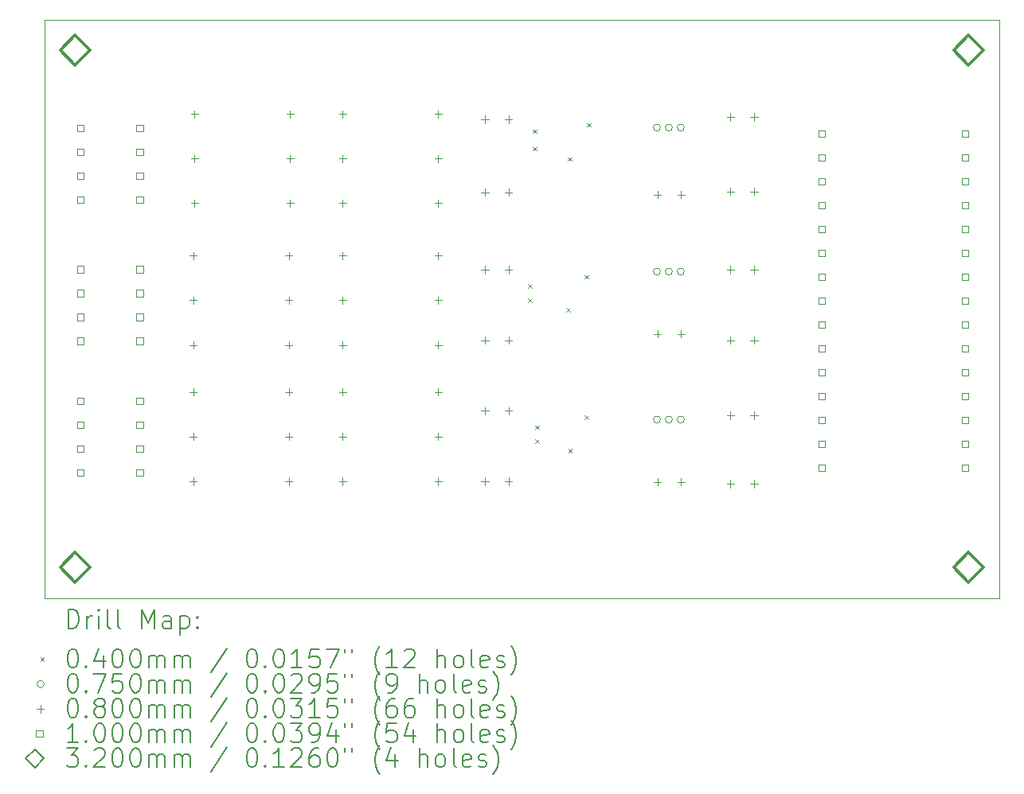
<source format=gbr>
%FSLAX45Y45*%
G04 Gerber Fmt 4.5, Leading zero omitted, Abs format (unit mm)*
G04 Created by KiCad (PCBNEW 6.0.1-79c1e3a40b~116~ubuntu21.04.1) date 2022-04-23 17:06:45*
%MOMM*%
%LPD*%
G01*
G04 APERTURE LIST*
%TA.AperFunction,Profile*%
%ADD10C,0.100000*%
%TD*%
%ADD11C,0.200000*%
%ADD12C,0.040000*%
%ADD13C,0.075000*%
%ADD14C,0.080000*%
%ADD15C,0.100000*%
%ADD16C,0.320000*%
G04 APERTURE END LIST*
D10*
X20025000Y-13037500D02*
X9875000Y-13037500D01*
X9875000Y-13037500D02*
X9875000Y-6875000D01*
X9875000Y-6875000D02*
X20025000Y-6875000D01*
X20025000Y-6875000D02*
X20025000Y-13037500D01*
D11*
D12*
X15017500Y-9692500D02*
X15057500Y-9732500D01*
X15057500Y-9692500D02*
X15017500Y-9732500D01*
X15017500Y-9842500D02*
X15057500Y-9882500D01*
X15057500Y-9842500D02*
X15017500Y-9882500D01*
X15067500Y-8042500D02*
X15107500Y-8082500D01*
X15107500Y-8042500D02*
X15067500Y-8082500D01*
X15067500Y-8228902D02*
X15107500Y-8268902D01*
X15107500Y-8228902D02*
X15067500Y-8268902D01*
X15092500Y-11192500D02*
X15132500Y-11232500D01*
X15132500Y-11192500D02*
X15092500Y-11232500D01*
X15092500Y-11342500D02*
X15132500Y-11382500D01*
X15132500Y-11342500D02*
X15092500Y-11382500D01*
X15420050Y-9942500D02*
X15460050Y-9982500D01*
X15460050Y-9942500D02*
X15420050Y-9982500D01*
X15437000Y-8340098D02*
X15477000Y-8380098D01*
X15477000Y-8340098D02*
X15437000Y-8380098D01*
X15442500Y-11442500D02*
X15482500Y-11482500D01*
X15482500Y-11442500D02*
X15442500Y-11482500D01*
X15617500Y-9592500D02*
X15657500Y-9632500D01*
X15657500Y-9592500D02*
X15617500Y-9632500D01*
X15617500Y-11084998D02*
X15657500Y-11124998D01*
X15657500Y-11084998D02*
X15617500Y-11124998D01*
X15642500Y-7974902D02*
X15682500Y-8014902D01*
X15682500Y-7974902D02*
X15642500Y-8014902D01*
D13*
X16423000Y-8023500D02*
G75*
G03*
X16423000Y-8023500I-37500J0D01*
G01*
X16423000Y-9556500D02*
G75*
G03*
X16423000Y-9556500I-37500J0D01*
G01*
X16423000Y-11131500D02*
G75*
G03*
X16423000Y-11131500I-37500J0D01*
G01*
X16550000Y-8023500D02*
G75*
G03*
X16550000Y-8023500I-37500J0D01*
G01*
X16550000Y-9556500D02*
G75*
G03*
X16550000Y-9556500I-37500J0D01*
G01*
X16550000Y-11131500D02*
G75*
G03*
X16550000Y-11131500I-37500J0D01*
G01*
X16677000Y-8023500D02*
G75*
G03*
X16677000Y-8023500I-37500J0D01*
G01*
X16677000Y-9556500D02*
G75*
G03*
X16677000Y-9556500I-37500J0D01*
G01*
X16677000Y-11131500D02*
G75*
G03*
X16677000Y-11131500I-37500J0D01*
G01*
D14*
X11454500Y-9347500D02*
X11454500Y-9427500D01*
X11414500Y-9387500D02*
X11494500Y-9387500D01*
X11454500Y-9822500D02*
X11454500Y-9902500D01*
X11414500Y-9862500D02*
X11494500Y-9862500D01*
X11454500Y-10297500D02*
X11454500Y-10377500D01*
X11414500Y-10337500D02*
X11494500Y-10337500D01*
X11454500Y-10797500D02*
X11454500Y-10877500D01*
X11414500Y-10837500D02*
X11494500Y-10837500D01*
X11454500Y-11272500D02*
X11454500Y-11352500D01*
X11414500Y-11312500D02*
X11494500Y-11312500D01*
X11454500Y-11747500D02*
X11454500Y-11827500D01*
X11414500Y-11787500D02*
X11494500Y-11787500D01*
X11469500Y-7839500D02*
X11469500Y-7919500D01*
X11429500Y-7879500D02*
X11509500Y-7879500D01*
X11469500Y-8314500D02*
X11469500Y-8394500D01*
X11429500Y-8354500D02*
X11509500Y-8354500D01*
X11469500Y-8789500D02*
X11469500Y-8869500D01*
X11429500Y-8829500D02*
X11509500Y-8829500D01*
X12470500Y-9347500D02*
X12470500Y-9427500D01*
X12430500Y-9387500D02*
X12510500Y-9387500D01*
X12470500Y-9822500D02*
X12470500Y-9902500D01*
X12430500Y-9862500D02*
X12510500Y-9862500D01*
X12470500Y-10297500D02*
X12470500Y-10377500D01*
X12430500Y-10337500D02*
X12510500Y-10337500D01*
X12470500Y-10797500D02*
X12470500Y-10877500D01*
X12430500Y-10837500D02*
X12510500Y-10837500D01*
X12470500Y-11272500D02*
X12470500Y-11352500D01*
X12430500Y-11312500D02*
X12510500Y-11312500D01*
X12470500Y-11747500D02*
X12470500Y-11827500D01*
X12430500Y-11787500D02*
X12510500Y-11787500D01*
X12485500Y-7839500D02*
X12485500Y-7919500D01*
X12445500Y-7879500D02*
X12525500Y-7879500D01*
X12485500Y-8314500D02*
X12485500Y-8394500D01*
X12445500Y-8354500D02*
X12525500Y-8354500D01*
X12485500Y-8789500D02*
X12485500Y-8869500D01*
X12445500Y-8829500D02*
X12525500Y-8829500D01*
X13044500Y-7839500D02*
X13044500Y-7919500D01*
X13004500Y-7879500D02*
X13084500Y-7879500D01*
X13044500Y-8314500D02*
X13044500Y-8394500D01*
X13004500Y-8354500D02*
X13084500Y-8354500D01*
X13044500Y-8789500D02*
X13044500Y-8869500D01*
X13004500Y-8829500D02*
X13084500Y-8829500D01*
X13044500Y-9347500D02*
X13044500Y-9427500D01*
X13004500Y-9387500D02*
X13084500Y-9387500D01*
X13044500Y-9822500D02*
X13044500Y-9902500D01*
X13004500Y-9862500D02*
X13084500Y-9862500D01*
X13044500Y-10297500D02*
X13044500Y-10377500D01*
X13004500Y-10337500D02*
X13084500Y-10337500D01*
X13044500Y-10797500D02*
X13044500Y-10877500D01*
X13004500Y-10837500D02*
X13084500Y-10837500D01*
X13044500Y-11272500D02*
X13044500Y-11352500D01*
X13004500Y-11312500D02*
X13084500Y-11312500D01*
X13044500Y-11747500D02*
X13044500Y-11827500D01*
X13004500Y-11787500D02*
X13084500Y-11787500D01*
X14060500Y-7839500D02*
X14060500Y-7919500D01*
X14020500Y-7879500D02*
X14100500Y-7879500D01*
X14060500Y-8314500D02*
X14060500Y-8394500D01*
X14020500Y-8354500D02*
X14100500Y-8354500D01*
X14060500Y-8789500D02*
X14060500Y-8869500D01*
X14020500Y-8829500D02*
X14100500Y-8829500D01*
X14060500Y-9347500D02*
X14060500Y-9427500D01*
X14020500Y-9387500D02*
X14100500Y-9387500D01*
X14060500Y-9822500D02*
X14060500Y-9902500D01*
X14020500Y-9862500D02*
X14100500Y-9862500D01*
X14060500Y-10297500D02*
X14060500Y-10377500D01*
X14020500Y-10337500D02*
X14100500Y-10337500D01*
X14060500Y-10797500D02*
X14060500Y-10877500D01*
X14020500Y-10837500D02*
X14100500Y-10837500D01*
X14060500Y-11272500D02*
X14060500Y-11352500D01*
X14020500Y-11312500D02*
X14100500Y-11312500D01*
X14060500Y-11747500D02*
X14060500Y-11827500D01*
X14020500Y-11787500D02*
X14100500Y-11787500D01*
X14556989Y-7897500D02*
X14556989Y-7977500D01*
X14516989Y-7937500D02*
X14596989Y-7937500D01*
X14556989Y-8672500D02*
X14556989Y-8752500D01*
X14516989Y-8712500D02*
X14596989Y-8712500D01*
X14556989Y-9497500D02*
X14556989Y-9577500D01*
X14516989Y-9537500D02*
X14596989Y-9537500D01*
X14556989Y-10247500D02*
X14556989Y-10327500D01*
X14516989Y-10287500D02*
X14596989Y-10287500D01*
X14556989Y-10997500D02*
X14556989Y-11077500D01*
X14516989Y-11037500D02*
X14596989Y-11037500D01*
X14556989Y-11747500D02*
X14556989Y-11827500D01*
X14516989Y-11787500D02*
X14596989Y-11787500D01*
X14806989Y-7897500D02*
X14806989Y-7977500D01*
X14766989Y-7937500D02*
X14846989Y-7937500D01*
X14806989Y-8672500D02*
X14806989Y-8752500D01*
X14766989Y-8712500D02*
X14846989Y-8712500D01*
X14806989Y-9497500D02*
X14806989Y-9577500D01*
X14766989Y-9537500D02*
X14846989Y-9537500D01*
X14806989Y-10247500D02*
X14806989Y-10327500D01*
X14766989Y-10287500D02*
X14846989Y-10287500D01*
X14806989Y-10997500D02*
X14806989Y-11077500D01*
X14766989Y-11037500D02*
X14846989Y-11037500D01*
X14806989Y-11747500D02*
X14806989Y-11827500D01*
X14766989Y-11787500D02*
X14846989Y-11787500D01*
X16391989Y-8697500D02*
X16391989Y-8777500D01*
X16351989Y-8737500D02*
X16431989Y-8737500D01*
X16391989Y-10180500D02*
X16391989Y-10260500D01*
X16351989Y-10220500D02*
X16431989Y-10220500D01*
X16391989Y-11755500D02*
X16391989Y-11835500D01*
X16351989Y-11795500D02*
X16431989Y-11795500D01*
X16641989Y-8697500D02*
X16641989Y-8777500D01*
X16601989Y-8737500D02*
X16681989Y-8737500D01*
X16641989Y-10180500D02*
X16641989Y-10260500D01*
X16601989Y-10220500D02*
X16681989Y-10220500D01*
X16641989Y-11755500D02*
X16641989Y-11835500D01*
X16601989Y-11795500D02*
X16681989Y-11795500D01*
X17166989Y-7872500D02*
X17166989Y-7952500D01*
X17126989Y-7912500D02*
X17206989Y-7912500D01*
X17166989Y-8664500D02*
X17166989Y-8744500D01*
X17126989Y-8704500D02*
X17206989Y-8704500D01*
X17166989Y-9497500D02*
X17166989Y-9577500D01*
X17126989Y-9537500D02*
X17206989Y-9537500D01*
X17166989Y-10247500D02*
X17166989Y-10327500D01*
X17126989Y-10287500D02*
X17206989Y-10287500D01*
X17166989Y-11047500D02*
X17166989Y-11127500D01*
X17126989Y-11087500D02*
X17206989Y-11087500D01*
X17166989Y-11772500D02*
X17166989Y-11852500D01*
X17126989Y-11812500D02*
X17206989Y-11812500D01*
X17416989Y-7872500D02*
X17416989Y-7952500D01*
X17376989Y-7912500D02*
X17456989Y-7912500D01*
X17416989Y-8664500D02*
X17416989Y-8744500D01*
X17376989Y-8704500D02*
X17456989Y-8704500D01*
X17416989Y-9497500D02*
X17416989Y-9577500D01*
X17376989Y-9537500D02*
X17456989Y-9537500D01*
X17416989Y-10247500D02*
X17416989Y-10327500D01*
X17376989Y-10287500D02*
X17456989Y-10287500D01*
X17416989Y-11047500D02*
X17416989Y-11127500D01*
X17376989Y-11087500D02*
X17456989Y-11087500D01*
X17416989Y-11772500D02*
X17416989Y-11852500D01*
X17376989Y-11812500D02*
X17456989Y-11812500D01*
D15*
X10292856Y-8067856D02*
X10292856Y-7997144D01*
X10222144Y-7997144D01*
X10222144Y-8067856D01*
X10292856Y-8067856D01*
X10292856Y-8321856D02*
X10292856Y-8251144D01*
X10222144Y-8251144D01*
X10222144Y-8321856D01*
X10292856Y-8321856D01*
X10292856Y-8575856D02*
X10292856Y-8505144D01*
X10222144Y-8505144D01*
X10222144Y-8575856D01*
X10292856Y-8575856D01*
X10292856Y-8829856D02*
X10292856Y-8759144D01*
X10222144Y-8759144D01*
X10222144Y-8829856D01*
X10292856Y-8829856D01*
X10292856Y-9567856D02*
X10292856Y-9497144D01*
X10222144Y-9497144D01*
X10222144Y-9567856D01*
X10292856Y-9567856D01*
X10292856Y-9821856D02*
X10292856Y-9751144D01*
X10222144Y-9751144D01*
X10222144Y-9821856D01*
X10292856Y-9821856D01*
X10292856Y-10075856D02*
X10292856Y-10005144D01*
X10222144Y-10005144D01*
X10222144Y-10075856D01*
X10292856Y-10075856D01*
X10292856Y-10329856D02*
X10292856Y-10259144D01*
X10222144Y-10259144D01*
X10222144Y-10329856D01*
X10292856Y-10329856D01*
X10292856Y-10967856D02*
X10292856Y-10897144D01*
X10222144Y-10897144D01*
X10222144Y-10967856D01*
X10292856Y-10967856D01*
X10292856Y-11221856D02*
X10292856Y-11151144D01*
X10222144Y-11151144D01*
X10222144Y-11221856D01*
X10292856Y-11221856D01*
X10292856Y-11475856D02*
X10292856Y-11405144D01*
X10222144Y-11405144D01*
X10222144Y-11475856D01*
X10292856Y-11475856D01*
X10292856Y-11729856D02*
X10292856Y-11659144D01*
X10222144Y-11659144D01*
X10222144Y-11729856D01*
X10292856Y-11729856D01*
X10922856Y-8067856D02*
X10922856Y-7997144D01*
X10852144Y-7997144D01*
X10852144Y-8067856D01*
X10922856Y-8067856D01*
X10922856Y-8321856D02*
X10922856Y-8251144D01*
X10852144Y-8251144D01*
X10852144Y-8321856D01*
X10922856Y-8321856D01*
X10922856Y-8575856D02*
X10922856Y-8505144D01*
X10852144Y-8505144D01*
X10852144Y-8575856D01*
X10922856Y-8575856D01*
X10922856Y-8829856D02*
X10922856Y-8759144D01*
X10852144Y-8759144D01*
X10852144Y-8829856D01*
X10922856Y-8829856D01*
X10922856Y-9567856D02*
X10922856Y-9497144D01*
X10852144Y-9497144D01*
X10852144Y-9567856D01*
X10922856Y-9567856D01*
X10922856Y-9821856D02*
X10922856Y-9751144D01*
X10852144Y-9751144D01*
X10852144Y-9821856D01*
X10922856Y-9821856D01*
X10922856Y-10075856D02*
X10922856Y-10005144D01*
X10852144Y-10005144D01*
X10852144Y-10075856D01*
X10922856Y-10075856D01*
X10922856Y-10329856D02*
X10922856Y-10259144D01*
X10852144Y-10259144D01*
X10852144Y-10329856D01*
X10922856Y-10329856D01*
X10922856Y-10967856D02*
X10922856Y-10897144D01*
X10852144Y-10897144D01*
X10852144Y-10967856D01*
X10922856Y-10967856D01*
X10922856Y-11221856D02*
X10922856Y-11151144D01*
X10852144Y-11151144D01*
X10852144Y-11221856D01*
X10922856Y-11221856D01*
X10922856Y-11475856D02*
X10922856Y-11405144D01*
X10852144Y-11405144D01*
X10852144Y-11475856D01*
X10922856Y-11475856D01*
X10922856Y-11729856D02*
X10922856Y-11659144D01*
X10852144Y-11659144D01*
X10852144Y-11729856D01*
X10922856Y-11729856D01*
X18174356Y-8122856D02*
X18174356Y-8052144D01*
X18103644Y-8052144D01*
X18103644Y-8122856D01*
X18174356Y-8122856D01*
X18174356Y-8376856D02*
X18174356Y-8306144D01*
X18103644Y-8306144D01*
X18103644Y-8376856D01*
X18174356Y-8376856D01*
X18174356Y-8630856D02*
X18174356Y-8560144D01*
X18103644Y-8560144D01*
X18103644Y-8630856D01*
X18174356Y-8630856D01*
X18174356Y-8884856D02*
X18174356Y-8814144D01*
X18103644Y-8814144D01*
X18103644Y-8884856D01*
X18174356Y-8884856D01*
X18174356Y-9138856D02*
X18174356Y-9068144D01*
X18103644Y-9068144D01*
X18103644Y-9138856D01*
X18174356Y-9138856D01*
X18174356Y-9392856D02*
X18174356Y-9322144D01*
X18103644Y-9322144D01*
X18103644Y-9392856D01*
X18174356Y-9392856D01*
X18174356Y-9646856D02*
X18174356Y-9576144D01*
X18103644Y-9576144D01*
X18103644Y-9646856D01*
X18174356Y-9646856D01*
X18174356Y-9900856D02*
X18174356Y-9830144D01*
X18103644Y-9830144D01*
X18103644Y-9900856D01*
X18174356Y-9900856D01*
X18174356Y-10154856D02*
X18174356Y-10084144D01*
X18103644Y-10084144D01*
X18103644Y-10154856D01*
X18174356Y-10154856D01*
X18174356Y-10408856D02*
X18174356Y-10338144D01*
X18103644Y-10338144D01*
X18103644Y-10408856D01*
X18174356Y-10408856D01*
X18174356Y-10662856D02*
X18174356Y-10592144D01*
X18103644Y-10592144D01*
X18103644Y-10662856D01*
X18174356Y-10662856D01*
X18174356Y-10916856D02*
X18174356Y-10846144D01*
X18103644Y-10846144D01*
X18103644Y-10916856D01*
X18174356Y-10916856D01*
X18174356Y-11170856D02*
X18174356Y-11100144D01*
X18103644Y-11100144D01*
X18103644Y-11170856D01*
X18174356Y-11170856D01*
X18174356Y-11424856D02*
X18174356Y-11354144D01*
X18103644Y-11354144D01*
X18103644Y-11424856D01*
X18174356Y-11424856D01*
X18174356Y-11678856D02*
X18174356Y-11608144D01*
X18103644Y-11608144D01*
X18103644Y-11678856D01*
X18174356Y-11678856D01*
X19698356Y-8122856D02*
X19698356Y-8052144D01*
X19627644Y-8052144D01*
X19627644Y-8122856D01*
X19698356Y-8122856D01*
X19698356Y-8376856D02*
X19698356Y-8306144D01*
X19627644Y-8306144D01*
X19627644Y-8376856D01*
X19698356Y-8376856D01*
X19698356Y-8630856D02*
X19698356Y-8560144D01*
X19627644Y-8560144D01*
X19627644Y-8630856D01*
X19698356Y-8630856D01*
X19698356Y-8884856D02*
X19698356Y-8814144D01*
X19627644Y-8814144D01*
X19627644Y-8884856D01*
X19698356Y-8884856D01*
X19698356Y-9138856D02*
X19698356Y-9068144D01*
X19627644Y-9068144D01*
X19627644Y-9138856D01*
X19698356Y-9138856D01*
X19698356Y-9392856D02*
X19698356Y-9322144D01*
X19627644Y-9322144D01*
X19627644Y-9392856D01*
X19698356Y-9392856D01*
X19698356Y-9646856D02*
X19698356Y-9576144D01*
X19627644Y-9576144D01*
X19627644Y-9646856D01*
X19698356Y-9646856D01*
X19698356Y-9900856D02*
X19698356Y-9830144D01*
X19627644Y-9830144D01*
X19627644Y-9900856D01*
X19698356Y-9900856D01*
X19698356Y-10154856D02*
X19698356Y-10084144D01*
X19627644Y-10084144D01*
X19627644Y-10154856D01*
X19698356Y-10154856D01*
X19698356Y-10408856D02*
X19698356Y-10338144D01*
X19627644Y-10338144D01*
X19627644Y-10408856D01*
X19698356Y-10408856D01*
X19698356Y-10662856D02*
X19698356Y-10592144D01*
X19627644Y-10592144D01*
X19627644Y-10662856D01*
X19698356Y-10662856D01*
X19698356Y-10916856D02*
X19698356Y-10846144D01*
X19627644Y-10846144D01*
X19627644Y-10916856D01*
X19698356Y-10916856D01*
X19698356Y-11170856D02*
X19698356Y-11100144D01*
X19627644Y-11100144D01*
X19627644Y-11170856D01*
X19698356Y-11170856D01*
X19698356Y-11424856D02*
X19698356Y-11354144D01*
X19627644Y-11354144D01*
X19627644Y-11424856D01*
X19698356Y-11424856D01*
X19698356Y-11678856D02*
X19698356Y-11608144D01*
X19627644Y-11608144D01*
X19627644Y-11678856D01*
X19698356Y-11678856D01*
D16*
X10200000Y-7360000D02*
X10360000Y-7200000D01*
X10200000Y-7040000D01*
X10040000Y-7200000D01*
X10200000Y-7360000D01*
X10200000Y-12860000D02*
X10360000Y-12700000D01*
X10200000Y-12540000D01*
X10040000Y-12700000D01*
X10200000Y-12860000D01*
X19700000Y-7360000D02*
X19860000Y-7200000D01*
X19700000Y-7040000D01*
X19540000Y-7200000D01*
X19700000Y-7360000D01*
X19700000Y-12860000D02*
X19860000Y-12700000D01*
X19700000Y-12540000D01*
X19540000Y-12700000D01*
X19700000Y-12860000D01*
D11*
X10127619Y-13352976D02*
X10127619Y-13152976D01*
X10175238Y-13152976D01*
X10203810Y-13162500D01*
X10222857Y-13181548D01*
X10232381Y-13200595D01*
X10241905Y-13238690D01*
X10241905Y-13267262D01*
X10232381Y-13305357D01*
X10222857Y-13324405D01*
X10203810Y-13343452D01*
X10175238Y-13352976D01*
X10127619Y-13352976D01*
X10327619Y-13352976D02*
X10327619Y-13219643D01*
X10327619Y-13257738D02*
X10337143Y-13238690D01*
X10346667Y-13229167D01*
X10365714Y-13219643D01*
X10384762Y-13219643D01*
X10451429Y-13352976D02*
X10451429Y-13219643D01*
X10451429Y-13152976D02*
X10441905Y-13162500D01*
X10451429Y-13172024D01*
X10460952Y-13162500D01*
X10451429Y-13152976D01*
X10451429Y-13172024D01*
X10575238Y-13352976D02*
X10556190Y-13343452D01*
X10546667Y-13324405D01*
X10546667Y-13152976D01*
X10680000Y-13352976D02*
X10660952Y-13343452D01*
X10651429Y-13324405D01*
X10651429Y-13152976D01*
X10908571Y-13352976D02*
X10908571Y-13152976D01*
X10975238Y-13295833D01*
X11041905Y-13152976D01*
X11041905Y-13352976D01*
X11222857Y-13352976D02*
X11222857Y-13248214D01*
X11213333Y-13229167D01*
X11194286Y-13219643D01*
X11156190Y-13219643D01*
X11137143Y-13229167D01*
X11222857Y-13343452D02*
X11203809Y-13352976D01*
X11156190Y-13352976D01*
X11137143Y-13343452D01*
X11127619Y-13324405D01*
X11127619Y-13305357D01*
X11137143Y-13286309D01*
X11156190Y-13276786D01*
X11203809Y-13276786D01*
X11222857Y-13267262D01*
X11318095Y-13219643D02*
X11318095Y-13419643D01*
X11318095Y-13229167D02*
X11337143Y-13219643D01*
X11375238Y-13219643D01*
X11394286Y-13229167D01*
X11403809Y-13238690D01*
X11413333Y-13257738D01*
X11413333Y-13314881D01*
X11403809Y-13333928D01*
X11394286Y-13343452D01*
X11375238Y-13352976D01*
X11337143Y-13352976D01*
X11318095Y-13343452D01*
X11499048Y-13333928D02*
X11508571Y-13343452D01*
X11499048Y-13352976D01*
X11489524Y-13343452D01*
X11499048Y-13333928D01*
X11499048Y-13352976D01*
X11499048Y-13229167D02*
X11508571Y-13238690D01*
X11499048Y-13248214D01*
X11489524Y-13238690D01*
X11499048Y-13229167D01*
X11499048Y-13248214D01*
D12*
X9830000Y-13662500D02*
X9870000Y-13702500D01*
X9870000Y-13662500D02*
X9830000Y-13702500D01*
D11*
X10165714Y-13572976D02*
X10184762Y-13572976D01*
X10203810Y-13582500D01*
X10213333Y-13592024D01*
X10222857Y-13611071D01*
X10232381Y-13649167D01*
X10232381Y-13696786D01*
X10222857Y-13734881D01*
X10213333Y-13753928D01*
X10203810Y-13763452D01*
X10184762Y-13772976D01*
X10165714Y-13772976D01*
X10146667Y-13763452D01*
X10137143Y-13753928D01*
X10127619Y-13734881D01*
X10118095Y-13696786D01*
X10118095Y-13649167D01*
X10127619Y-13611071D01*
X10137143Y-13592024D01*
X10146667Y-13582500D01*
X10165714Y-13572976D01*
X10318095Y-13753928D02*
X10327619Y-13763452D01*
X10318095Y-13772976D01*
X10308571Y-13763452D01*
X10318095Y-13753928D01*
X10318095Y-13772976D01*
X10499048Y-13639643D02*
X10499048Y-13772976D01*
X10451429Y-13563452D02*
X10403810Y-13706309D01*
X10527619Y-13706309D01*
X10641905Y-13572976D02*
X10660952Y-13572976D01*
X10680000Y-13582500D01*
X10689524Y-13592024D01*
X10699048Y-13611071D01*
X10708571Y-13649167D01*
X10708571Y-13696786D01*
X10699048Y-13734881D01*
X10689524Y-13753928D01*
X10680000Y-13763452D01*
X10660952Y-13772976D01*
X10641905Y-13772976D01*
X10622857Y-13763452D01*
X10613333Y-13753928D01*
X10603810Y-13734881D01*
X10594286Y-13696786D01*
X10594286Y-13649167D01*
X10603810Y-13611071D01*
X10613333Y-13592024D01*
X10622857Y-13582500D01*
X10641905Y-13572976D01*
X10832381Y-13572976D02*
X10851429Y-13572976D01*
X10870476Y-13582500D01*
X10880000Y-13592024D01*
X10889524Y-13611071D01*
X10899048Y-13649167D01*
X10899048Y-13696786D01*
X10889524Y-13734881D01*
X10880000Y-13753928D01*
X10870476Y-13763452D01*
X10851429Y-13772976D01*
X10832381Y-13772976D01*
X10813333Y-13763452D01*
X10803810Y-13753928D01*
X10794286Y-13734881D01*
X10784762Y-13696786D01*
X10784762Y-13649167D01*
X10794286Y-13611071D01*
X10803810Y-13592024D01*
X10813333Y-13582500D01*
X10832381Y-13572976D01*
X10984762Y-13772976D02*
X10984762Y-13639643D01*
X10984762Y-13658690D02*
X10994286Y-13649167D01*
X11013333Y-13639643D01*
X11041905Y-13639643D01*
X11060952Y-13649167D01*
X11070476Y-13668214D01*
X11070476Y-13772976D01*
X11070476Y-13668214D02*
X11080000Y-13649167D01*
X11099048Y-13639643D01*
X11127619Y-13639643D01*
X11146667Y-13649167D01*
X11156190Y-13668214D01*
X11156190Y-13772976D01*
X11251428Y-13772976D02*
X11251428Y-13639643D01*
X11251428Y-13658690D02*
X11260952Y-13649167D01*
X11280000Y-13639643D01*
X11308571Y-13639643D01*
X11327619Y-13649167D01*
X11337143Y-13668214D01*
X11337143Y-13772976D01*
X11337143Y-13668214D02*
X11346667Y-13649167D01*
X11365714Y-13639643D01*
X11394286Y-13639643D01*
X11413333Y-13649167D01*
X11422857Y-13668214D01*
X11422857Y-13772976D01*
X11813333Y-13563452D02*
X11641905Y-13820595D01*
X12070476Y-13572976D02*
X12089524Y-13572976D01*
X12108571Y-13582500D01*
X12118095Y-13592024D01*
X12127619Y-13611071D01*
X12137143Y-13649167D01*
X12137143Y-13696786D01*
X12127619Y-13734881D01*
X12118095Y-13753928D01*
X12108571Y-13763452D01*
X12089524Y-13772976D01*
X12070476Y-13772976D01*
X12051428Y-13763452D01*
X12041905Y-13753928D01*
X12032381Y-13734881D01*
X12022857Y-13696786D01*
X12022857Y-13649167D01*
X12032381Y-13611071D01*
X12041905Y-13592024D01*
X12051428Y-13582500D01*
X12070476Y-13572976D01*
X12222857Y-13753928D02*
X12232381Y-13763452D01*
X12222857Y-13772976D01*
X12213333Y-13763452D01*
X12222857Y-13753928D01*
X12222857Y-13772976D01*
X12356190Y-13572976D02*
X12375238Y-13572976D01*
X12394286Y-13582500D01*
X12403809Y-13592024D01*
X12413333Y-13611071D01*
X12422857Y-13649167D01*
X12422857Y-13696786D01*
X12413333Y-13734881D01*
X12403809Y-13753928D01*
X12394286Y-13763452D01*
X12375238Y-13772976D01*
X12356190Y-13772976D01*
X12337143Y-13763452D01*
X12327619Y-13753928D01*
X12318095Y-13734881D01*
X12308571Y-13696786D01*
X12308571Y-13649167D01*
X12318095Y-13611071D01*
X12327619Y-13592024D01*
X12337143Y-13582500D01*
X12356190Y-13572976D01*
X12613333Y-13772976D02*
X12499048Y-13772976D01*
X12556190Y-13772976D02*
X12556190Y-13572976D01*
X12537143Y-13601548D01*
X12518095Y-13620595D01*
X12499048Y-13630119D01*
X12794286Y-13572976D02*
X12699048Y-13572976D01*
X12689524Y-13668214D01*
X12699048Y-13658690D01*
X12718095Y-13649167D01*
X12765714Y-13649167D01*
X12784762Y-13658690D01*
X12794286Y-13668214D01*
X12803809Y-13687262D01*
X12803809Y-13734881D01*
X12794286Y-13753928D01*
X12784762Y-13763452D01*
X12765714Y-13772976D01*
X12718095Y-13772976D01*
X12699048Y-13763452D01*
X12689524Y-13753928D01*
X12870476Y-13572976D02*
X13003809Y-13572976D01*
X12918095Y-13772976D01*
X13070476Y-13572976D02*
X13070476Y-13611071D01*
X13146667Y-13572976D02*
X13146667Y-13611071D01*
X13441905Y-13849167D02*
X13432381Y-13839643D01*
X13413333Y-13811071D01*
X13403809Y-13792024D01*
X13394286Y-13763452D01*
X13384762Y-13715833D01*
X13384762Y-13677738D01*
X13394286Y-13630119D01*
X13403809Y-13601548D01*
X13413333Y-13582500D01*
X13432381Y-13553928D01*
X13441905Y-13544405D01*
X13622857Y-13772976D02*
X13508571Y-13772976D01*
X13565714Y-13772976D02*
X13565714Y-13572976D01*
X13546667Y-13601548D01*
X13527619Y-13620595D01*
X13508571Y-13630119D01*
X13699048Y-13592024D02*
X13708571Y-13582500D01*
X13727619Y-13572976D01*
X13775238Y-13572976D01*
X13794286Y-13582500D01*
X13803809Y-13592024D01*
X13813333Y-13611071D01*
X13813333Y-13630119D01*
X13803809Y-13658690D01*
X13689524Y-13772976D01*
X13813333Y-13772976D01*
X14051428Y-13772976D02*
X14051428Y-13572976D01*
X14137143Y-13772976D02*
X14137143Y-13668214D01*
X14127619Y-13649167D01*
X14108571Y-13639643D01*
X14080000Y-13639643D01*
X14060952Y-13649167D01*
X14051428Y-13658690D01*
X14260952Y-13772976D02*
X14241905Y-13763452D01*
X14232381Y-13753928D01*
X14222857Y-13734881D01*
X14222857Y-13677738D01*
X14232381Y-13658690D01*
X14241905Y-13649167D01*
X14260952Y-13639643D01*
X14289524Y-13639643D01*
X14308571Y-13649167D01*
X14318095Y-13658690D01*
X14327619Y-13677738D01*
X14327619Y-13734881D01*
X14318095Y-13753928D01*
X14308571Y-13763452D01*
X14289524Y-13772976D01*
X14260952Y-13772976D01*
X14441905Y-13772976D02*
X14422857Y-13763452D01*
X14413333Y-13744405D01*
X14413333Y-13572976D01*
X14594286Y-13763452D02*
X14575238Y-13772976D01*
X14537143Y-13772976D01*
X14518095Y-13763452D01*
X14508571Y-13744405D01*
X14508571Y-13668214D01*
X14518095Y-13649167D01*
X14537143Y-13639643D01*
X14575238Y-13639643D01*
X14594286Y-13649167D01*
X14603809Y-13668214D01*
X14603809Y-13687262D01*
X14508571Y-13706309D01*
X14680000Y-13763452D02*
X14699048Y-13772976D01*
X14737143Y-13772976D01*
X14756190Y-13763452D01*
X14765714Y-13744405D01*
X14765714Y-13734881D01*
X14756190Y-13715833D01*
X14737143Y-13706309D01*
X14708571Y-13706309D01*
X14689524Y-13696786D01*
X14680000Y-13677738D01*
X14680000Y-13668214D01*
X14689524Y-13649167D01*
X14708571Y-13639643D01*
X14737143Y-13639643D01*
X14756190Y-13649167D01*
X14832381Y-13849167D02*
X14841905Y-13839643D01*
X14860952Y-13811071D01*
X14870476Y-13792024D01*
X14880000Y-13763452D01*
X14889524Y-13715833D01*
X14889524Y-13677738D01*
X14880000Y-13630119D01*
X14870476Y-13601548D01*
X14860952Y-13582500D01*
X14841905Y-13553928D01*
X14832381Y-13544405D01*
D13*
X9870000Y-13946500D02*
G75*
G03*
X9870000Y-13946500I-37500J0D01*
G01*
D11*
X10165714Y-13836976D02*
X10184762Y-13836976D01*
X10203810Y-13846500D01*
X10213333Y-13856024D01*
X10222857Y-13875071D01*
X10232381Y-13913167D01*
X10232381Y-13960786D01*
X10222857Y-13998881D01*
X10213333Y-14017928D01*
X10203810Y-14027452D01*
X10184762Y-14036976D01*
X10165714Y-14036976D01*
X10146667Y-14027452D01*
X10137143Y-14017928D01*
X10127619Y-13998881D01*
X10118095Y-13960786D01*
X10118095Y-13913167D01*
X10127619Y-13875071D01*
X10137143Y-13856024D01*
X10146667Y-13846500D01*
X10165714Y-13836976D01*
X10318095Y-14017928D02*
X10327619Y-14027452D01*
X10318095Y-14036976D01*
X10308571Y-14027452D01*
X10318095Y-14017928D01*
X10318095Y-14036976D01*
X10394286Y-13836976D02*
X10527619Y-13836976D01*
X10441905Y-14036976D01*
X10699048Y-13836976D02*
X10603810Y-13836976D01*
X10594286Y-13932214D01*
X10603810Y-13922690D01*
X10622857Y-13913167D01*
X10670476Y-13913167D01*
X10689524Y-13922690D01*
X10699048Y-13932214D01*
X10708571Y-13951262D01*
X10708571Y-13998881D01*
X10699048Y-14017928D01*
X10689524Y-14027452D01*
X10670476Y-14036976D01*
X10622857Y-14036976D01*
X10603810Y-14027452D01*
X10594286Y-14017928D01*
X10832381Y-13836976D02*
X10851429Y-13836976D01*
X10870476Y-13846500D01*
X10880000Y-13856024D01*
X10889524Y-13875071D01*
X10899048Y-13913167D01*
X10899048Y-13960786D01*
X10889524Y-13998881D01*
X10880000Y-14017928D01*
X10870476Y-14027452D01*
X10851429Y-14036976D01*
X10832381Y-14036976D01*
X10813333Y-14027452D01*
X10803810Y-14017928D01*
X10794286Y-13998881D01*
X10784762Y-13960786D01*
X10784762Y-13913167D01*
X10794286Y-13875071D01*
X10803810Y-13856024D01*
X10813333Y-13846500D01*
X10832381Y-13836976D01*
X10984762Y-14036976D02*
X10984762Y-13903643D01*
X10984762Y-13922690D02*
X10994286Y-13913167D01*
X11013333Y-13903643D01*
X11041905Y-13903643D01*
X11060952Y-13913167D01*
X11070476Y-13932214D01*
X11070476Y-14036976D01*
X11070476Y-13932214D02*
X11080000Y-13913167D01*
X11099048Y-13903643D01*
X11127619Y-13903643D01*
X11146667Y-13913167D01*
X11156190Y-13932214D01*
X11156190Y-14036976D01*
X11251428Y-14036976D02*
X11251428Y-13903643D01*
X11251428Y-13922690D02*
X11260952Y-13913167D01*
X11280000Y-13903643D01*
X11308571Y-13903643D01*
X11327619Y-13913167D01*
X11337143Y-13932214D01*
X11337143Y-14036976D01*
X11337143Y-13932214D02*
X11346667Y-13913167D01*
X11365714Y-13903643D01*
X11394286Y-13903643D01*
X11413333Y-13913167D01*
X11422857Y-13932214D01*
X11422857Y-14036976D01*
X11813333Y-13827452D02*
X11641905Y-14084595D01*
X12070476Y-13836976D02*
X12089524Y-13836976D01*
X12108571Y-13846500D01*
X12118095Y-13856024D01*
X12127619Y-13875071D01*
X12137143Y-13913167D01*
X12137143Y-13960786D01*
X12127619Y-13998881D01*
X12118095Y-14017928D01*
X12108571Y-14027452D01*
X12089524Y-14036976D01*
X12070476Y-14036976D01*
X12051428Y-14027452D01*
X12041905Y-14017928D01*
X12032381Y-13998881D01*
X12022857Y-13960786D01*
X12022857Y-13913167D01*
X12032381Y-13875071D01*
X12041905Y-13856024D01*
X12051428Y-13846500D01*
X12070476Y-13836976D01*
X12222857Y-14017928D02*
X12232381Y-14027452D01*
X12222857Y-14036976D01*
X12213333Y-14027452D01*
X12222857Y-14017928D01*
X12222857Y-14036976D01*
X12356190Y-13836976D02*
X12375238Y-13836976D01*
X12394286Y-13846500D01*
X12403809Y-13856024D01*
X12413333Y-13875071D01*
X12422857Y-13913167D01*
X12422857Y-13960786D01*
X12413333Y-13998881D01*
X12403809Y-14017928D01*
X12394286Y-14027452D01*
X12375238Y-14036976D01*
X12356190Y-14036976D01*
X12337143Y-14027452D01*
X12327619Y-14017928D01*
X12318095Y-13998881D01*
X12308571Y-13960786D01*
X12308571Y-13913167D01*
X12318095Y-13875071D01*
X12327619Y-13856024D01*
X12337143Y-13846500D01*
X12356190Y-13836976D01*
X12499048Y-13856024D02*
X12508571Y-13846500D01*
X12527619Y-13836976D01*
X12575238Y-13836976D01*
X12594286Y-13846500D01*
X12603809Y-13856024D01*
X12613333Y-13875071D01*
X12613333Y-13894119D01*
X12603809Y-13922690D01*
X12489524Y-14036976D01*
X12613333Y-14036976D01*
X12708571Y-14036976D02*
X12746667Y-14036976D01*
X12765714Y-14027452D01*
X12775238Y-14017928D01*
X12794286Y-13989357D01*
X12803809Y-13951262D01*
X12803809Y-13875071D01*
X12794286Y-13856024D01*
X12784762Y-13846500D01*
X12765714Y-13836976D01*
X12727619Y-13836976D01*
X12708571Y-13846500D01*
X12699048Y-13856024D01*
X12689524Y-13875071D01*
X12689524Y-13922690D01*
X12699048Y-13941738D01*
X12708571Y-13951262D01*
X12727619Y-13960786D01*
X12765714Y-13960786D01*
X12784762Y-13951262D01*
X12794286Y-13941738D01*
X12803809Y-13922690D01*
X12984762Y-13836976D02*
X12889524Y-13836976D01*
X12880000Y-13932214D01*
X12889524Y-13922690D01*
X12908571Y-13913167D01*
X12956190Y-13913167D01*
X12975238Y-13922690D01*
X12984762Y-13932214D01*
X12994286Y-13951262D01*
X12994286Y-13998881D01*
X12984762Y-14017928D01*
X12975238Y-14027452D01*
X12956190Y-14036976D01*
X12908571Y-14036976D01*
X12889524Y-14027452D01*
X12880000Y-14017928D01*
X13070476Y-13836976D02*
X13070476Y-13875071D01*
X13146667Y-13836976D02*
X13146667Y-13875071D01*
X13441905Y-14113167D02*
X13432381Y-14103643D01*
X13413333Y-14075071D01*
X13403809Y-14056024D01*
X13394286Y-14027452D01*
X13384762Y-13979833D01*
X13384762Y-13941738D01*
X13394286Y-13894119D01*
X13403809Y-13865548D01*
X13413333Y-13846500D01*
X13432381Y-13817928D01*
X13441905Y-13808405D01*
X13527619Y-14036976D02*
X13565714Y-14036976D01*
X13584762Y-14027452D01*
X13594286Y-14017928D01*
X13613333Y-13989357D01*
X13622857Y-13951262D01*
X13622857Y-13875071D01*
X13613333Y-13856024D01*
X13603809Y-13846500D01*
X13584762Y-13836976D01*
X13546667Y-13836976D01*
X13527619Y-13846500D01*
X13518095Y-13856024D01*
X13508571Y-13875071D01*
X13508571Y-13922690D01*
X13518095Y-13941738D01*
X13527619Y-13951262D01*
X13546667Y-13960786D01*
X13584762Y-13960786D01*
X13603809Y-13951262D01*
X13613333Y-13941738D01*
X13622857Y-13922690D01*
X13860952Y-14036976D02*
X13860952Y-13836976D01*
X13946667Y-14036976D02*
X13946667Y-13932214D01*
X13937143Y-13913167D01*
X13918095Y-13903643D01*
X13889524Y-13903643D01*
X13870476Y-13913167D01*
X13860952Y-13922690D01*
X14070476Y-14036976D02*
X14051428Y-14027452D01*
X14041905Y-14017928D01*
X14032381Y-13998881D01*
X14032381Y-13941738D01*
X14041905Y-13922690D01*
X14051428Y-13913167D01*
X14070476Y-13903643D01*
X14099048Y-13903643D01*
X14118095Y-13913167D01*
X14127619Y-13922690D01*
X14137143Y-13941738D01*
X14137143Y-13998881D01*
X14127619Y-14017928D01*
X14118095Y-14027452D01*
X14099048Y-14036976D01*
X14070476Y-14036976D01*
X14251428Y-14036976D02*
X14232381Y-14027452D01*
X14222857Y-14008405D01*
X14222857Y-13836976D01*
X14403809Y-14027452D02*
X14384762Y-14036976D01*
X14346667Y-14036976D01*
X14327619Y-14027452D01*
X14318095Y-14008405D01*
X14318095Y-13932214D01*
X14327619Y-13913167D01*
X14346667Y-13903643D01*
X14384762Y-13903643D01*
X14403809Y-13913167D01*
X14413333Y-13932214D01*
X14413333Y-13951262D01*
X14318095Y-13970309D01*
X14489524Y-14027452D02*
X14508571Y-14036976D01*
X14546667Y-14036976D01*
X14565714Y-14027452D01*
X14575238Y-14008405D01*
X14575238Y-13998881D01*
X14565714Y-13979833D01*
X14546667Y-13970309D01*
X14518095Y-13970309D01*
X14499048Y-13960786D01*
X14489524Y-13941738D01*
X14489524Y-13932214D01*
X14499048Y-13913167D01*
X14518095Y-13903643D01*
X14546667Y-13903643D01*
X14565714Y-13913167D01*
X14641905Y-14113167D02*
X14651428Y-14103643D01*
X14670476Y-14075071D01*
X14680000Y-14056024D01*
X14689524Y-14027452D01*
X14699048Y-13979833D01*
X14699048Y-13941738D01*
X14689524Y-13894119D01*
X14680000Y-13865548D01*
X14670476Y-13846500D01*
X14651428Y-13817928D01*
X14641905Y-13808405D01*
D14*
X9830000Y-14170500D02*
X9830000Y-14250500D01*
X9790000Y-14210500D02*
X9870000Y-14210500D01*
D11*
X10165714Y-14100976D02*
X10184762Y-14100976D01*
X10203810Y-14110500D01*
X10213333Y-14120024D01*
X10222857Y-14139071D01*
X10232381Y-14177167D01*
X10232381Y-14224786D01*
X10222857Y-14262881D01*
X10213333Y-14281928D01*
X10203810Y-14291452D01*
X10184762Y-14300976D01*
X10165714Y-14300976D01*
X10146667Y-14291452D01*
X10137143Y-14281928D01*
X10127619Y-14262881D01*
X10118095Y-14224786D01*
X10118095Y-14177167D01*
X10127619Y-14139071D01*
X10137143Y-14120024D01*
X10146667Y-14110500D01*
X10165714Y-14100976D01*
X10318095Y-14281928D02*
X10327619Y-14291452D01*
X10318095Y-14300976D01*
X10308571Y-14291452D01*
X10318095Y-14281928D01*
X10318095Y-14300976D01*
X10441905Y-14186690D02*
X10422857Y-14177167D01*
X10413333Y-14167643D01*
X10403810Y-14148595D01*
X10403810Y-14139071D01*
X10413333Y-14120024D01*
X10422857Y-14110500D01*
X10441905Y-14100976D01*
X10480000Y-14100976D01*
X10499048Y-14110500D01*
X10508571Y-14120024D01*
X10518095Y-14139071D01*
X10518095Y-14148595D01*
X10508571Y-14167643D01*
X10499048Y-14177167D01*
X10480000Y-14186690D01*
X10441905Y-14186690D01*
X10422857Y-14196214D01*
X10413333Y-14205738D01*
X10403810Y-14224786D01*
X10403810Y-14262881D01*
X10413333Y-14281928D01*
X10422857Y-14291452D01*
X10441905Y-14300976D01*
X10480000Y-14300976D01*
X10499048Y-14291452D01*
X10508571Y-14281928D01*
X10518095Y-14262881D01*
X10518095Y-14224786D01*
X10508571Y-14205738D01*
X10499048Y-14196214D01*
X10480000Y-14186690D01*
X10641905Y-14100976D02*
X10660952Y-14100976D01*
X10680000Y-14110500D01*
X10689524Y-14120024D01*
X10699048Y-14139071D01*
X10708571Y-14177167D01*
X10708571Y-14224786D01*
X10699048Y-14262881D01*
X10689524Y-14281928D01*
X10680000Y-14291452D01*
X10660952Y-14300976D01*
X10641905Y-14300976D01*
X10622857Y-14291452D01*
X10613333Y-14281928D01*
X10603810Y-14262881D01*
X10594286Y-14224786D01*
X10594286Y-14177167D01*
X10603810Y-14139071D01*
X10613333Y-14120024D01*
X10622857Y-14110500D01*
X10641905Y-14100976D01*
X10832381Y-14100976D02*
X10851429Y-14100976D01*
X10870476Y-14110500D01*
X10880000Y-14120024D01*
X10889524Y-14139071D01*
X10899048Y-14177167D01*
X10899048Y-14224786D01*
X10889524Y-14262881D01*
X10880000Y-14281928D01*
X10870476Y-14291452D01*
X10851429Y-14300976D01*
X10832381Y-14300976D01*
X10813333Y-14291452D01*
X10803810Y-14281928D01*
X10794286Y-14262881D01*
X10784762Y-14224786D01*
X10784762Y-14177167D01*
X10794286Y-14139071D01*
X10803810Y-14120024D01*
X10813333Y-14110500D01*
X10832381Y-14100976D01*
X10984762Y-14300976D02*
X10984762Y-14167643D01*
X10984762Y-14186690D02*
X10994286Y-14177167D01*
X11013333Y-14167643D01*
X11041905Y-14167643D01*
X11060952Y-14177167D01*
X11070476Y-14196214D01*
X11070476Y-14300976D01*
X11070476Y-14196214D02*
X11080000Y-14177167D01*
X11099048Y-14167643D01*
X11127619Y-14167643D01*
X11146667Y-14177167D01*
X11156190Y-14196214D01*
X11156190Y-14300976D01*
X11251428Y-14300976D02*
X11251428Y-14167643D01*
X11251428Y-14186690D02*
X11260952Y-14177167D01*
X11280000Y-14167643D01*
X11308571Y-14167643D01*
X11327619Y-14177167D01*
X11337143Y-14196214D01*
X11337143Y-14300976D01*
X11337143Y-14196214D02*
X11346667Y-14177167D01*
X11365714Y-14167643D01*
X11394286Y-14167643D01*
X11413333Y-14177167D01*
X11422857Y-14196214D01*
X11422857Y-14300976D01*
X11813333Y-14091452D02*
X11641905Y-14348595D01*
X12070476Y-14100976D02*
X12089524Y-14100976D01*
X12108571Y-14110500D01*
X12118095Y-14120024D01*
X12127619Y-14139071D01*
X12137143Y-14177167D01*
X12137143Y-14224786D01*
X12127619Y-14262881D01*
X12118095Y-14281928D01*
X12108571Y-14291452D01*
X12089524Y-14300976D01*
X12070476Y-14300976D01*
X12051428Y-14291452D01*
X12041905Y-14281928D01*
X12032381Y-14262881D01*
X12022857Y-14224786D01*
X12022857Y-14177167D01*
X12032381Y-14139071D01*
X12041905Y-14120024D01*
X12051428Y-14110500D01*
X12070476Y-14100976D01*
X12222857Y-14281928D02*
X12232381Y-14291452D01*
X12222857Y-14300976D01*
X12213333Y-14291452D01*
X12222857Y-14281928D01*
X12222857Y-14300976D01*
X12356190Y-14100976D02*
X12375238Y-14100976D01*
X12394286Y-14110500D01*
X12403809Y-14120024D01*
X12413333Y-14139071D01*
X12422857Y-14177167D01*
X12422857Y-14224786D01*
X12413333Y-14262881D01*
X12403809Y-14281928D01*
X12394286Y-14291452D01*
X12375238Y-14300976D01*
X12356190Y-14300976D01*
X12337143Y-14291452D01*
X12327619Y-14281928D01*
X12318095Y-14262881D01*
X12308571Y-14224786D01*
X12308571Y-14177167D01*
X12318095Y-14139071D01*
X12327619Y-14120024D01*
X12337143Y-14110500D01*
X12356190Y-14100976D01*
X12489524Y-14100976D02*
X12613333Y-14100976D01*
X12546667Y-14177167D01*
X12575238Y-14177167D01*
X12594286Y-14186690D01*
X12603809Y-14196214D01*
X12613333Y-14215262D01*
X12613333Y-14262881D01*
X12603809Y-14281928D01*
X12594286Y-14291452D01*
X12575238Y-14300976D01*
X12518095Y-14300976D01*
X12499048Y-14291452D01*
X12489524Y-14281928D01*
X12803809Y-14300976D02*
X12689524Y-14300976D01*
X12746667Y-14300976D02*
X12746667Y-14100976D01*
X12727619Y-14129548D01*
X12708571Y-14148595D01*
X12689524Y-14158119D01*
X12984762Y-14100976D02*
X12889524Y-14100976D01*
X12880000Y-14196214D01*
X12889524Y-14186690D01*
X12908571Y-14177167D01*
X12956190Y-14177167D01*
X12975238Y-14186690D01*
X12984762Y-14196214D01*
X12994286Y-14215262D01*
X12994286Y-14262881D01*
X12984762Y-14281928D01*
X12975238Y-14291452D01*
X12956190Y-14300976D01*
X12908571Y-14300976D01*
X12889524Y-14291452D01*
X12880000Y-14281928D01*
X13070476Y-14100976D02*
X13070476Y-14139071D01*
X13146667Y-14100976D02*
X13146667Y-14139071D01*
X13441905Y-14377167D02*
X13432381Y-14367643D01*
X13413333Y-14339071D01*
X13403809Y-14320024D01*
X13394286Y-14291452D01*
X13384762Y-14243833D01*
X13384762Y-14205738D01*
X13394286Y-14158119D01*
X13403809Y-14129548D01*
X13413333Y-14110500D01*
X13432381Y-14081928D01*
X13441905Y-14072405D01*
X13603809Y-14100976D02*
X13565714Y-14100976D01*
X13546667Y-14110500D01*
X13537143Y-14120024D01*
X13518095Y-14148595D01*
X13508571Y-14186690D01*
X13508571Y-14262881D01*
X13518095Y-14281928D01*
X13527619Y-14291452D01*
X13546667Y-14300976D01*
X13584762Y-14300976D01*
X13603809Y-14291452D01*
X13613333Y-14281928D01*
X13622857Y-14262881D01*
X13622857Y-14215262D01*
X13613333Y-14196214D01*
X13603809Y-14186690D01*
X13584762Y-14177167D01*
X13546667Y-14177167D01*
X13527619Y-14186690D01*
X13518095Y-14196214D01*
X13508571Y-14215262D01*
X13794286Y-14100976D02*
X13756190Y-14100976D01*
X13737143Y-14110500D01*
X13727619Y-14120024D01*
X13708571Y-14148595D01*
X13699048Y-14186690D01*
X13699048Y-14262881D01*
X13708571Y-14281928D01*
X13718095Y-14291452D01*
X13737143Y-14300976D01*
X13775238Y-14300976D01*
X13794286Y-14291452D01*
X13803809Y-14281928D01*
X13813333Y-14262881D01*
X13813333Y-14215262D01*
X13803809Y-14196214D01*
X13794286Y-14186690D01*
X13775238Y-14177167D01*
X13737143Y-14177167D01*
X13718095Y-14186690D01*
X13708571Y-14196214D01*
X13699048Y-14215262D01*
X14051428Y-14300976D02*
X14051428Y-14100976D01*
X14137143Y-14300976D02*
X14137143Y-14196214D01*
X14127619Y-14177167D01*
X14108571Y-14167643D01*
X14080000Y-14167643D01*
X14060952Y-14177167D01*
X14051428Y-14186690D01*
X14260952Y-14300976D02*
X14241905Y-14291452D01*
X14232381Y-14281928D01*
X14222857Y-14262881D01*
X14222857Y-14205738D01*
X14232381Y-14186690D01*
X14241905Y-14177167D01*
X14260952Y-14167643D01*
X14289524Y-14167643D01*
X14308571Y-14177167D01*
X14318095Y-14186690D01*
X14327619Y-14205738D01*
X14327619Y-14262881D01*
X14318095Y-14281928D01*
X14308571Y-14291452D01*
X14289524Y-14300976D01*
X14260952Y-14300976D01*
X14441905Y-14300976D02*
X14422857Y-14291452D01*
X14413333Y-14272405D01*
X14413333Y-14100976D01*
X14594286Y-14291452D02*
X14575238Y-14300976D01*
X14537143Y-14300976D01*
X14518095Y-14291452D01*
X14508571Y-14272405D01*
X14508571Y-14196214D01*
X14518095Y-14177167D01*
X14537143Y-14167643D01*
X14575238Y-14167643D01*
X14594286Y-14177167D01*
X14603809Y-14196214D01*
X14603809Y-14215262D01*
X14508571Y-14234309D01*
X14680000Y-14291452D02*
X14699048Y-14300976D01*
X14737143Y-14300976D01*
X14756190Y-14291452D01*
X14765714Y-14272405D01*
X14765714Y-14262881D01*
X14756190Y-14243833D01*
X14737143Y-14234309D01*
X14708571Y-14234309D01*
X14689524Y-14224786D01*
X14680000Y-14205738D01*
X14680000Y-14196214D01*
X14689524Y-14177167D01*
X14708571Y-14167643D01*
X14737143Y-14167643D01*
X14756190Y-14177167D01*
X14832381Y-14377167D02*
X14841905Y-14367643D01*
X14860952Y-14339071D01*
X14870476Y-14320024D01*
X14880000Y-14291452D01*
X14889524Y-14243833D01*
X14889524Y-14205738D01*
X14880000Y-14158119D01*
X14870476Y-14129548D01*
X14860952Y-14110500D01*
X14841905Y-14081928D01*
X14832381Y-14072405D01*
D15*
X9855356Y-14509856D02*
X9855356Y-14439144D01*
X9784644Y-14439144D01*
X9784644Y-14509856D01*
X9855356Y-14509856D01*
D11*
X10232381Y-14564976D02*
X10118095Y-14564976D01*
X10175238Y-14564976D02*
X10175238Y-14364976D01*
X10156190Y-14393548D01*
X10137143Y-14412595D01*
X10118095Y-14422119D01*
X10318095Y-14545928D02*
X10327619Y-14555452D01*
X10318095Y-14564976D01*
X10308571Y-14555452D01*
X10318095Y-14545928D01*
X10318095Y-14564976D01*
X10451429Y-14364976D02*
X10470476Y-14364976D01*
X10489524Y-14374500D01*
X10499048Y-14384024D01*
X10508571Y-14403071D01*
X10518095Y-14441167D01*
X10518095Y-14488786D01*
X10508571Y-14526881D01*
X10499048Y-14545928D01*
X10489524Y-14555452D01*
X10470476Y-14564976D01*
X10451429Y-14564976D01*
X10432381Y-14555452D01*
X10422857Y-14545928D01*
X10413333Y-14526881D01*
X10403810Y-14488786D01*
X10403810Y-14441167D01*
X10413333Y-14403071D01*
X10422857Y-14384024D01*
X10432381Y-14374500D01*
X10451429Y-14364976D01*
X10641905Y-14364976D02*
X10660952Y-14364976D01*
X10680000Y-14374500D01*
X10689524Y-14384024D01*
X10699048Y-14403071D01*
X10708571Y-14441167D01*
X10708571Y-14488786D01*
X10699048Y-14526881D01*
X10689524Y-14545928D01*
X10680000Y-14555452D01*
X10660952Y-14564976D01*
X10641905Y-14564976D01*
X10622857Y-14555452D01*
X10613333Y-14545928D01*
X10603810Y-14526881D01*
X10594286Y-14488786D01*
X10594286Y-14441167D01*
X10603810Y-14403071D01*
X10613333Y-14384024D01*
X10622857Y-14374500D01*
X10641905Y-14364976D01*
X10832381Y-14364976D02*
X10851429Y-14364976D01*
X10870476Y-14374500D01*
X10880000Y-14384024D01*
X10889524Y-14403071D01*
X10899048Y-14441167D01*
X10899048Y-14488786D01*
X10889524Y-14526881D01*
X10880000Y-14545928D01*
X10870476Y-14555452D01*
X10851429Y-14564976D01*
X10832381Y-14564976D01*
X10813333Y-14555452D01*
X10803810Y-14545928D01*
X10794286Y-14526881D01*
X10784762Y-14488786D01*
X10784762Y-14441167D01*
X10794286Y-14403071D01*
X10803810Y-14384024D01*
X10813333Y-14374500D01*
X10832381Y-14364976D01*
X10984762Y-14564976D02*
X10984762Y-14431643D01*
X10984762Y-14450690D02*
X10994286Y-14441167D01*
X11013333Y-14431643D01*
X11041905Y-14431643D01*
X11060952Y-14441167D01*
X11070476Y-14460214D01*
X11070476Y-14564976D01*
X11070476Y-14460214D02*
X11080000Y-14441167D01*
X11099048Y-14431643D01*
X11127619Y-14431643D01*
X11146667Y-14441167D01*
X11156190Y-14460214D01*
X11156190Y-14564976D01*
X11251428Y-14564976D02*
X11251428Y-14431643D01*
X11251428Y-14450690D02*
X11260952Y-14441167D01*
X11280000Y-14431643D01*
X11308571Y-14431643D01*
X11327619Y-14441167D01*
X11337143Y-14460214D01*
X11337143Y-14564976D01*
X11337143Y-14460214D02*
X11346667Y-14441167D01*
X11365714Y-14431643D01*
X11394286Y-14431643D01*
X11413333Y-14441167D01*
X11422857Y-14460214D01*
X11422857Y-14564976D01*
X11813333Y-14355452D02*
X11641905Y-14612595D01*
X12070476Y-14364976D02*
X12089524Y-14364976D01*
X12108571Y-14374500D01*
X12118095Y-14384024D01*
X12127619Y-14403071D01*
X12137143Y-14441167D01*
X12137143Y-14488786D01*
X12127619Y-14526881D01*
X12118095Y-14545928D01*
X12108571Y-14555452D01*
X12089524Y-14564976D01*
X12070476Y-14564976D01*
X12051428Y-14555452D01*
X12041905Y-14545928D01*
X12032381Y-14526881D01*
X12022857Y-14488786D01*
X12022857Y-14441167D01*
X12032381Y-14403071D01*
X12041905Y-14384024D01*
X12051428Y-14374500D01*
X12070476Y-14364976D01*
X12222857Y-14545928D02*
X12232381Y-14555452D01*
X12222857Y-14564976D01*
X12213333Y-14555452D01*
X12222857Y-14545928D01*
X12222857Y-14564976D01*
X12356190Y-14364976D02*
X12375238Y-14364976D01*
X12394286Y-14374500D01*
X12403809Y-14384024D01*
X12413333Y-14403071D01*
X12422857Y-14441167D01*
X12422857Y-14488786D01*
X12413333Y-14526881D01*
X12403809Y-14545928D01*
X12394286Y-14555452D01*
X12375238Y-14564976D01*
X12356190Y-14564976D01*
X12337143Y-14555452D01*
X12327619Y-14545928D01*
X12318095Y-14526881D01*
X12308571Y-14488786D01*
X12308571Y-14441167D01*
X12318095Y-14403071D01*
X12327619Y-14384024D01*
X12337143Y-14374500D01*
X12356190Y-14364976D01*
X12489524Y-14364976D02*
X12613333Y-14364976D01*
X12546667Y-14441167D01*
X12575238Y-14441167D01*
X12594286Y-14450690D01*
X12603809Y-14460214D01*
X12613333Y-14479262D01*
X12613333Y-14526881D01*
X12603809Y-14545928D01*
X12594286Y-14555452D01*
X12575238Y-14564976D01*
X12518095Y-14564976D01*
X12499048Y-14555452D01*
X12489524Y-14545928D01*
X12708571Y-14564976D02*
X12746667Y-14564976D01*
X12765714Y-14555452D01*
X12775238Y-14545928D01*
X12794286Y-14517357D01*
X12803809Y-14479262D01*
X12803809Y-14403071D01*
X12794286Y-14384024D01*
X12784762Y-14374500D01*
X12765714Y-14364976D01*
X12727619Y-14364976D01*
X12708571Y-14374500D01*
X12699048Y-14384024D01*
X12689524Y-14403071D01*
X12689524Y-14450690D01*
X12699048Y-14469738D01*
X12708571Y-14479262D01*
X12727619Y-14488786D01*
X12765714Y-14488786D01*
X12784762Y-14479262D01*
X12794286Y-14469738D01*
X12803809Y-14450690D01*
X12975238Y-14431643D02*
X12975238Y-14564976D01*
X12927619Y-14355452D02*
X12880000Y-14498309D01*
X13003809Y-14498309D01*
X13070476Y-14364976D02*
X13070476Y-14403071D01*
X13146667Y-14364976D02*
X13146667Y-14403071D01*
X13441905Y-14641167D02*
X13432381Y-14631643D01*
X13413333Y-14603071D01*
X13403809Y-14584024D01*
X13394286Y-14555452D01*
X13384762Y-14507833D01*
X13384762Y-14469738D01*
X13394286Y-14422119D01*
X13403809Y-14393548D01*
X13413333Y-14374500D01*
X13432381Y-14345928D01*
X13441905Y-14336405D01*
X13613333Y-14364976D02*
X13518095Y-14364976D01*
X13508571Y-14460214D01*
X13518095Y-14450690D01*
X13537143Y-14441167D01*
X13584762Y-14441167D01*
X13603809Y-14450690D01*
X13613333Y-14460214D01*
X13622857Y-14479262D01*
X13622857Y-14526881D01*
X13613333Y-14545928D01*
X13603809Y-14555452D01*
X13584762Y-14564976D01*
X13537143Y-14564976D01*
X13518095Y-14555452D01*
X13508571Y-14545928D01*
X13794286Y-14431643D02*
X13794286Y-14564976D01*
X13746667Y-14355452D02*
X13699048Y-14498309D01*
X13822857Y-14498309D01*
X14051428Y-14564976D02*
X14051428Y-14364976D01*
X14137143Y-14564976D02*
X14137143Y-14460214D01*
X14127619Y-14441167D01*
X14108571Y-14431643D01*
X14080000Y-14431643D01*
X14060952Y-14441167D01*
X14051428Y-14450690D01*
X14260952Y-14564976D02*
X14241905Y-14555452D01*
X14232381Y-14545928D01*
X14222857Y-14526881D01*
X14222857Y-14469738D01*
X14232381Y-14450690D01*
X14241905Y-14441167D01*
X14260952Y-14431643D01*
X14289524Y-14431643D01*
X14308571Y-14441167D01*
X14318095Y-14450690D01*
X14327619Y-14469738D01*
X14327619Y-14526881D01*
X14318095Y-14545928D01*
X14308571Y-14555452D01*
X14289524Y-14564976D01*
X14260952Y-14564976D01*
X14441905Y-14564976D02*
X14422857Y-14555452D01*
X14413333Y-14536405D01*
X14413333Y-14364976D01*
X14594286Y-14555452D02*
X14575238Y-14564976D01*
X14537143Y-14564976D01*
X14518095Y-14555452D01*
X14508571Y-14536405D01*
X14508571Y-14460214D01*
X14518095Y-14441167D01*
X14537143Y-14431643D01*
X14575238Y-14431643D01*
X14594286Y-14441167D01*
X14603809Y-14460214D01*
X14603809Y-14479262D01*
X14508571Y-14498309D01*
X14680000Y-14555452D02*
X14699048Y-14564976D01*
X14737143Y-14564976D01*
X14756190Y-14555452D01*
X14765714Y-14536405D01*
X14765714Y-14526881D01*
X14756190Y-14507833D01*
X14737143Y-14498309D01*
X14708571Y-14498309D01*
X14689524Y-14488786D01*
X14680000Y-14469738D01*
X14680000Y-14460214D01*
X14689524Y-14441167D01*
X14708571Y-14431643D01*
X14737143Y-14431643D01*
X14756190Y-14441167D01*
X14832381Y-14641167D02*
X14841905Y-14631643D01*
X14860952Y-14603071D01*
X14870476Y-14584024D01*
X14880000Y-14555452D01*
X14889524Y-14507833D01*
X14889524Y-14469738D01*
X14880000Y-14422119D01*
X14870476Y-14393548D01*
X14860952Y-14374500D01*
X14841905Y-14345928D01*
X14832381Y-14336405D01*
X9770000Y-14838500D02*
X9870000Y-14738500D01*
X9770000Y-14638500D01*
X9670000Y-14738500D01*
X9770000Y-14838500D01*
X10108571Y-14628976D02*
X10232381Y-14628976D01*
X10165714Y-14705167D01*
X10194286Y-14705167D01*
X10213333Y-14714690D01*
X10222857Y-14724214D01*
X10232381Y-14743262D01*
X10232381Y-14790881D01*
X10222857Y-14809928D01*
X10213333Y-14819452D01*
X10194286Y-14828976D01*
X10137143Y-14828976D01*
X10118095Y-14819452D01*
X10108571Y-14809928D01*
X10318095Y-14809928D02*
X10327619Y-14819452D01*
X10318095Y-14828976D01*
X10308571Y-14819452D01*
X10318095Y-14809928D01*
X10318095Y-14828976D01*
X10403810Y-14648024D02*
X10413333Y-14638500D01*
X10432381Y-14628976D01*
X10480000Y-14628976D01*
X10499048Y-14638500D01*
X10508571Y-14648024D01*
X10518095Y-14667071D01*
X10518095Y-14686119D01*
X10508571Y-14714690D01*
X10394286Y-14828976D01*
X10518095Y-14828976D01*
X10641905Y-14628976D02*
X10660952Y-14628976D01*
X10680000Y-14638500D01*
X10689524Y-14648024D01*
X10699048Y-14667071D01*
X10708571Y-14705167D01*
X10708571Y-14752786D01*
X10699048Y-14790881D01*
X10689524Y-14809928D01*
X10680000Y-14819452D01*
X10660952Y-14828976D01*
X10641905Y-14828976D01*
X10622857Y-14819452D01*
X10613333Y-14809928D01*
X10603810Y-14790881D01*
X10594286Y-14752786D01*
X10594286Y-14705167D01*
X10603810Y-14667071D01*
X10613333Y-14648024D01*
X10622857Y-14638500D01*
X10641905Y-14628976D01*
X10832381Y-14628976D02*
X10851429Y-14628976D01*
X10870476Y-14638500D01*
X10880000Y-14648024D01*
X10889524Y-14667071D01*
X10899048Y-14705167D01*
X10899048Y-14752786D01*
X10889524Y-14790881D01*
X10880000Y-14809928D01*
X10870476Y-14819452D01*
X10851429Y-14828976D01*
X10832381Y-14828976D01*
X10813333Y-14819452D01*
X10803810Y-14809928D01*
X10794286Y-14790881D01*
X10784762Y-14752786D01*
X10784762Y-14705167D01*
X10794286Y-14667071D01*
X10803810Y-14648024D01*
X10813333Y-14638500D01*
X10832381Y-14628976D01*
X10984762Y-14828976D02*
X10984762Y-14695643D01*
X10984762Y-14714690D02*
X10994286Y-14705167D01*
X11013333Y-14695643D01*
X11041905Y-14695643D01*
X11060952Y-14705167D01*
X11070476Y-14724214D01*
X11070476Y-14828976D01*
X11070476Y-14724214D02*
X11080000Y-14705167D01*
X11099048Y-14695643D01*
X11127619Y-14695643D01*
X11146667Y-14705167D01*
X11156190Y-14724214D01*
X11156190Y-14828976D01*
X11251428Y-14828976D02*
X11251428Y-14695643D01*
X11251428Y-14714690D02*
X11260952Y-14705167D01*
X11280000Y-14695643D01*
X11308571Y-14695643D01*
X11327619Y-14705167D01*
X11337143Y-14724214D01*
X11337143Y-14828976D01*
X11337143Y-14724214D02*
X11346667Y-14705167D01*
X11365714Y-14695643D01*
X11394286Y-14695643D01*
X11413333Y-14705167D01*
X11422857Y-14724214D01*
X11422857Y-14828976D01*
X11813333Y-14619452D02*
X11641905Y-14876595D01*
X12070476Y-14628976D02*
X12089524Y-14628976D01*
X12108571Y-14638500D01*
X12118095Y-14648024D01*
X12127619Y-14667071D01*
X12137143Y-14705167D01*
X12137143Y-14752786D01*
X12127619Y-14790881D01*
X12118095Y-14809928D01*
X12108571Y-14819452D01*
X12089524Y-14828976D01*
X12070476Y-14828976D01*
X12051428Y-14819452D01*
X12041905Y-14809928D01*
X12032381Y-14790881D01*
X12022857Y-14752786D01*
X12022857Y-14705167D01*
X12032381Y-14667071D01*
X12041905Y-14648024D01*
X12051428Y-14638500D01*
X12070476Y-14628976D01*
X12222857Y-14809928D02*
X12232381Y-14819452D01*
X12222857Y-14828976D01*
X12213333Y-14819452D01*
X12222857Y-14809928D01*
X12222857Y-14828976D01*
X12422857Y-14828976D02*
X12308571Y-14828976D01*
X12365714Y-14828976D02*
X12365714Y-14628976D01*
X12346667Y-14657548D01*
X12327619Y-14676595D01*
X12308571Y-14686119D01*
X12499048Y-14648024D02*
X12508571Y-14638500D01*
X12527619Y-14628976D01*
X12575238Y-14628976D01*
X12594286Y-14638500D01*
X12603809Y-14648024D01*
X12613333Y-14667071D01*
X12613333Y-14686119D01*
X12603809Y-14714690D01*
X12489524Y-14828976D01*
X12613333Y-14828976D01*
X12784762Y-14628976D02*
X12746667Y-14628976D01*
X12727619Y-14638500D01*
X12718095Y-14648024D01*
X12699048Y-14676595D01*
X12689524Y-14714690D01*
X12689524Y-14790881D01*
X12699048Y-14809928D01*
X12708571Y-14819452D01*
X12727619Y-14828976D01*
X12765714Y-14828976D01*
X12784762Y-14819452D01*
X12794286Y-14809928D01*
X12803809Y-14790881D01*
X12803809Y-14743262D01*
X12794286Y-14724214D01*
X12784762Y-14714690D01*
X12765714Y-14705167D01*
X12727619Y-14705167D01*
X12708571Y-14714690D01*
X12699048Y-14724214D01*
X12689524Y-14743262D01*
X12927619Y-14628976D02*
X12946667Y-14628976D01*
X12965714Y-14638500D01*
X12975238Y-14648024D01*
X12984762Y-14667071D01*
X12994286Y-14705167D01*
X12994286Y-14752786D01*
X12984762Y-14790881D01*
X12975238Y-14809928D01*
X12965714Y-14819452D01*
X12946667Y-14828976D01*
X12927619Y-14828976D01*
X12908571Y-14819452D01*
X12899048Y-14809928D01*
X12889524Y-14790881D01*
X12880000Y-14752786D01*
X12880000Y-14705167D01*
X12889524Y-14667071D01*
X12899048Y-14648024D01*
X12908571Y-14638500D01*
X12927619Y-14628976D01*
X13070476Y-14628976D02*
X13070476Y-14667071D01*
X13146667Y-14628976D02*
X13146667Y-14667071D01*
X13441905Y-14905167D02*
X13432381Y-14895643D01*
X13413333Y-14867071D01*
X13403809Y-14848024D01*
X13394286Y-14819452D01*
X13384762Y-14771833D01*
X13384762Y-14733738D01*
X13394286Y-14686119D01*
X13403809Y-14657548D01*
X13413333Y-14638500D01*
X13432381Y-14609928D01*
X13441905Y-14600405D01*
X13603809Y-14695643D02*
X13603809Y-14828976D01*
X13556190Y-14619452D02*
X13508571Y-14762309D01*
X13632381Y-14762309D01*
X13860952Y-14828976D02*
X13860952Y-14628976D01*
X13946667Y-14828976D02*
X13946667Y-14724214D01*
X13937143Y-14705167D01*
X13918095Y-14695643D01*
X13889524Y-14695643D01*
X13870476Y-14705167D01*
X13860952Y-14714690D01*
X14070476Y-14828976D02*
X14051428Y-14819452D01*
X14041905Y-14809928D01*
X14032381Y-14790881D01*
X14032381Y-14733738D01*
X14041905Y-14714690D01*
X14051428Y-14705167D01*
X14070476Y-14695643D01*
X14099048Y-14695643D01*
X14118095Y-14705167D01*
X14127619Y-14714690D01*
X14137143Y-14733738D01*
X14137143Y-14790881D01*
X14127619Y-14809928D01*
X14118095Y-14819452D01*
X14099048Y-14828976D01*
X14070476Y-14828976D01*
X14251428Y-14828976D02*
X14232381Y-14819452D01*
X14222857Y-14800405D01*
X14222857Y-14628976D01*
X14403809Y-14819452D02*
X14384762Y-14828976D01*
X14346667Y-14828976D01*
X14327619Y-14819452D01*
X14318095Y-14800405D01*
X14318095Y-14724214D01*
X14327619Y-14705167D01*
X14346667Y-14695643D01*
X14384762Y-14695643D01*
X14403809Y-14705167D01*
X14413333Y-14724214D01*
X14413333Y-14743262D01*
X14318095Y-14762309D01*
X14489524Y-14819452D02*
X14508571Y-14828976D01*
X14546667Y-14828976D01*
X14565714Y-14819452D01*
X14575238Y-14800405D01*
X14575238Y-14790881D01*
X14565714Y-14771833D01*
X14546667Y-14762309D01*
X14518095Y-14762309D01*
X14499048Y-14752786D01*
X14489524Y-14733738D01*
X14489524Y-14724214D01*
X14499048Y-14705167D01*
X14518095Y-14695643D01*
X14546667Y-14695643D01*
X14565714Y-14705167D01*
X14641905Y-14905167D02*
X14651428Y-14895643D01*
X14670476Y-14867071D01*
X14680000Y-14848024D01*
X14689524Y-14819452D01*
X14699048Y-14771833D01*
X14699048Y-14733738D01*
X14689524Y-14686119D01*
X14680000Y-14657548D01*
X14670476Y-14638500D01*
X14651428Y-14609928D01*
X14641905Y-14600405D01*
M02*

</source>
